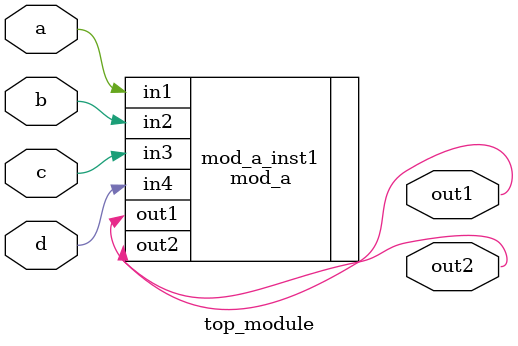
<source format=v>
module top_module ( 
    input a, 
    input b, 
    input c,
    input d,
    output out1,
    output out2
);
    mod_a mod_a_inst1(
        .in1(a),
        .in2(b),
        .in3(c),
        .in4(d),
        .out1(out1),
        .out2(out2)
    );

endmodule

</source>
